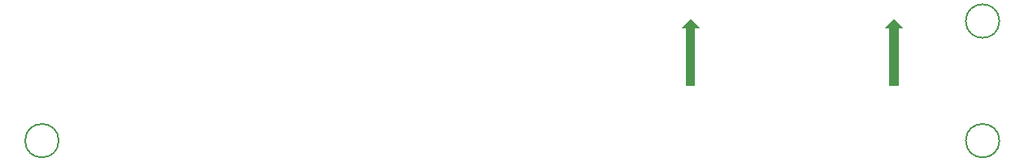
<source format=gbr>
%TF.GenerationSoftware,KiCad,Pcbnew,7.0.6*%
%TF.CreationDate,2024-02-18T18:08:35+00:00*%
%TF.ProjectId,MoonHub,4d6f6f6e-4875-4622-9e6b-696361645f70,rev?*%
%TF.SameCoordinates,Original*%
%TF.FileFunction,Other,Comment*%
%FSLAX46Y46*%
G04 Gerber Fmt 4.6, Leading zero omitted, Abs format (unit mm)*
G04 Created by KiCad (PCBNEW 7.0.6) date 2024-02-18 18:08:35*
%MOMM*%
%LPD*%
G01*
G04 APERTURE LIST*
%ADD10C,0.150000*%
G04 APERTURE END LIST*
D10*
%TO.C,H3*%
X101750000Y-14500000D02*
G75*
G03*
X101750000Y-14500000I-1750000J0D01*
G01*
%TO.C,H4*%
X3750000Y-14500000D02*
G75*
G03*
X3750000Y-14500000I-1750000J0D01*
G01*
%TO.C,USB4*%
G36*
X70562000Y-2750000D02*
G01*
X68562000Y-2750000D01*
X69562000Y-1750000D01*
X70562000Y-2750000D01*
G37*
G36*
X70062000Y-8750000D02*
G01*
X69062000Y-8750000D01*
X69062000Y-2750000D01*
X70062000Y-2750000D01*
X70062000Y-8750000D01*
G37*
%TO.C,H1*%
X101750000Y-2000000D02*
G75*
G03*
X101750000Y-2000000I-1750000J0D01*
G01*
%TO.C,USB1*%
G36*
X91792000Y-2750000D02*
G01*
X89792000Y-2750000D01*
X90792000Y-1750000D01*
X91792000Y-2750000D01*
G37*
G36*
X91292000Y-8750000D02*
G01*
X90292000Y-8750000D01*
X90292000Y-2750000D01*
X91292000Y-2750000D01*
X91292000Y-8750000D01*
G37*
%TD*%
M02*

</source>
